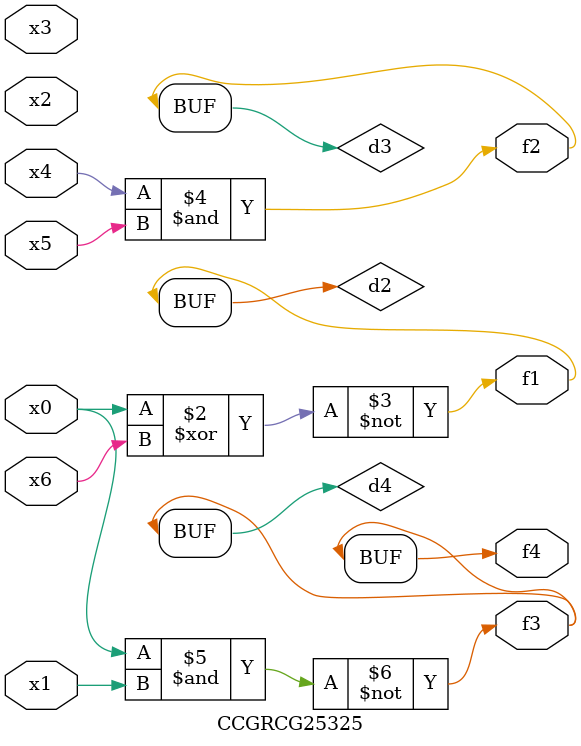
<source format=v>
module CCGRCG25325(
	input x0, x1, x2, x3, x4, x5, x6,
	output f1, f2, f3, f4
);

	wire d1, d2, d3, d4;

	nor (d1, x0);
	xnor (d2, x0, x6);
	and (d3, x4, x5);
	nand (d4, x0, x1);
	assign f1 = d2;
	assign f2 = d3;
	assign f3 = d4;
	assign f4 = d4;
endmodule

</source>
